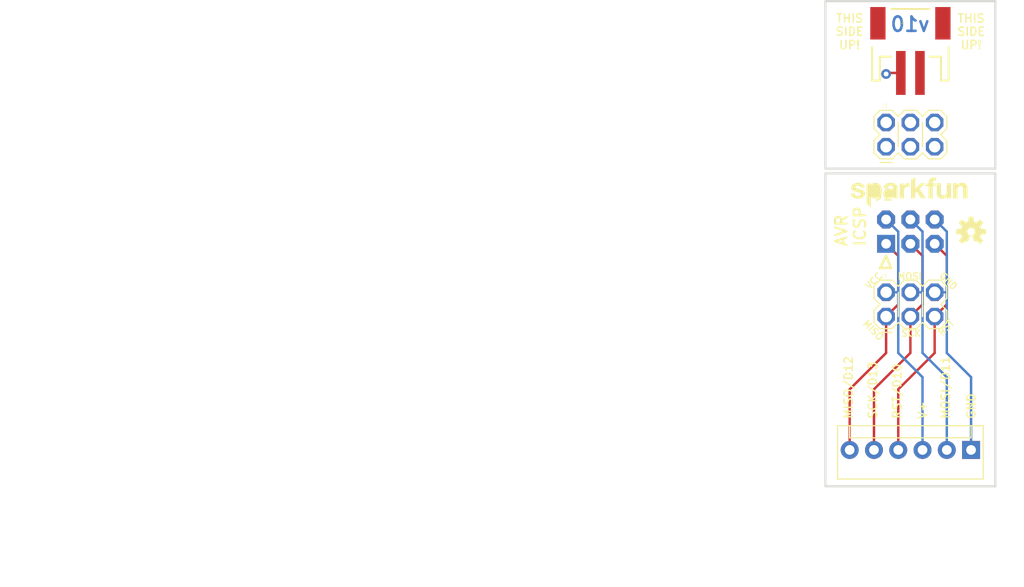
<source format=kicad_pcb>
(kicad_pcb (version 20211014) (generator pcbnew)
  (layers (0 "F.Cu" signal) (1 "In1.Cu" signal) (2 "In2.Cu" signal) (31 "B.Cu" signal) (34 "B.Paste" user) (35 "F.Paste" user) (36 "B.SilkS" user "B.Silkscreen") (37 "F.SilkS" user "F.Silkscreen") (38 "B.Mask" user) (39 "F.Mask" user) (44 "Edge.Cuts" user))
  (net 0 "")
  (net 1 "MISO")
  (net 2 "SCK")
  (net 3 "RESET")
  (net 4 "+5")
  (net 5 "MOSI")
  (net 6 "GND")
  (net 7 "N$1")
  (net 8 "N$2")
  (footprint "boardEagle:STAND-OFF" (layer "F.Cu") (at 142.1511 89.7636)
    (fp_text reference "JP4" hide)
    (fp_text value "STAND-OFF" hide)
    (pad "" np_thru_hole circle (at 0 0) (size 3.302 3.302) (drill 3.302) (layers *.Cu *.Mask))
  )
  (footprint "boardEagle:STAND-OFF" (layer "F.Cu") (at 154.8511 89.7636)
    (fp_text reference "JP5" hide)
    (fp_text value "STAND-OFF" hide)
    (pad "" np_thru_hole circle (at 0 0) (size 3.302 3.302) (drill 3.302) (layers *.Cu *.Mask))
  )
  (footprint "boardEagle:MOLEX-1X6" (layer "F.Cu") (at 154.8511 126.5936 180)
    (fp_text reference "JP1" hide)
    (fp_text value "" hide)
    (fp_line (start 13.97 -3.048) (end -1.27 -3.048) (layer "F.SilkS") (width 0.127))
    (fp_line (start 12.7 2.54) (end 0 2.54) (layer "F.SilkS") (width 0.127))
    (fp_line (start -1.27 -3.048) (end -1.27 2.54) (layer "F.SilkS") (width 0.127))
    (fp_line (start 13.97 2.54) (end 12.7 2.54) (layer "F.SilkS") (width 0.127))
    (fp_line (start 13.97 -3.048) (end 13.97 2.54) (layer "F.SilkS") (width 0.127))
    (fp_line (start 0 2.54) (end -1.27 2.54) (layer "F.SilkS") (width 0.127))
    (fp_line (start 0 1.27) (end 12.7 1.27) (layer "F.SilkS") (width 0.127))
    (fp_line (start 12.7 1.27) (end 12.7 2.54) (layer "F.SilkS") (width 0.127))
    (fp_line (start 0 2.54) (end 0 1.27) (layer "F.SilkS") (width 0.127))
    (pad "1" thru_hole rect (at 0 0 180) (size 1.8796 1.8796) (drill 1.016) (layers *.Cu *.Mask) (net 6 "GND"))
    (pad "2" thru_hole circle (at 2.54 0 180) (size 1.8796 1.8796) (drill 1.016) (layers *.Cu *.Mask) (net 5 "MOSI"))
    (pad "3" thru_hole circle (at 5.08 0 180) (size 1.8796 1.8796) (drill 1.016) (layers *.Cu *.Mask) (net 4 "+5"))
    (pad "4" thru_hole circle (at 7.62 0 180) (size 1.8796 1.8796) (drill 1.016) (layers *.Cu *.Mask) (net 3 "RESET"))
    (pad "5" thru_hole circle (at 10.16 0 180) (size 1.8796 1.8796) (drill 1.016) (layers *.Cu *.Mask) (net 2 "SCK"))
    (pad "6" thru_hole circle (at 12.7 0 180) (size 1.8796 1.8796) (drill 1.016) (layers *.Cu *.Mask) (net 1 "MISO"))
  )
  (footprint "boardEagle:CREATIVE_COMMONS" (layer "F.Cu") (at 73.5711 140.5636)
    (fp_text reference "FRAME1" hide)
    (fp_text value "FRAME-LETTER" hide)
  )
  (footprint "boardEagle:STAND-OFF" (layer "F.Cu") (at 142.1511 107.5436)
    (fp_text reference "JP3" hide)
    (fp_text value "STAND-OFF" hide)
    (pad "" np_thru_hole circle (at 0 0) (size 3.302 3.302) (drill 3.302) (layers *.Cu *.Mask))
  )
  (footprint "boardEagle:OSHW-LOGO-S" (layer "F.Cu") (at 154.8511 103.7336)
    (fp_text reference "U$1" hide)
    (fp_text value "OSHW-LOGOS" hide)
    (fp_poly (pts (xy 0.301647 -1.061351) (xy 0.42347 -1.022344) (xy 0.537177 -0.963769) (xy 0.92862 -1.282946) (xy 1.282946 -0.92862) (xy 0.961035 -0.533823) (xy 1.057046 -0.302084) (xy 1.5638 -0.250561) (xy 1.5638 0.250561) (xy 1.057046 0.302084) (xy 0.961035 0.533823) (xy 1.282946 0.92862) (xy 0.92862 1.282946) (xy 0.537177 0.96377) (xy 0.356601 1.056794) (xy 0.088679 0.410073) (xy 0.326262 0.2176) (xy 0.373649 0.121468) (xy 0.392729 0.010339) (xy 0.379464 -0.101634) (xy 0.334947 -0.205229) (xy 0.262842 -0.291918) (xy 0.169087 -0.354561) (xy 0.061406 -0.387999) (xy -0.051342 -0.38948) (xy -0.159868 -0.358881) (xy -0.255234 -0.298724) (xy -0.329589 -0.213962) (xy -0.376813 -0.111569) (xy -0.392176 -0.005767) (xy -0.322923 0.222565) (xy -0.249312 0.303773) (xy 0.091677 0.5081) (xy -0.12929 0.5081) (xy -0.355332 1.053732) (xy -0.506597 0.983577) (xy -0.538922 0.965192) (xy -0.92862 1.282946) (xy -1.282946 0.92862) (xy -0.961035 0.533823) (xy -1.057046 0.302084) (xy -1.5638 0.250561) (xy -1.5638 -0.250561) (xy -1.057046 -0.302084) (xy -0.961035 -0.533823) (xy -1.282946 -0.92862) (xy -0.92862 -1.282946) (xy -0.533823 -0.961035) (xy -0.302084 -1.057046) (xy -0.250561 -1.5638) (xy 0.250561 -1.5638)) (layer "F.SilkS") (width 0) (fill solid))
  )
  (footprint "boardEagle:STAND-OFF" (layer "F.Cu") (at 154.8511 107.5436)
    (fp_text reference "JP2" hide)
    (fp_text value "STAND-OFF" hide)
    (pad "" np_thru_hole circle (at 0 0) (size 3.302 3.302) (drill 3.302) (layers *.Cu *.Mask))
  )
  (footprint "boardEagle:2X3-NS" (layer "F.Cu") (at 148.5011 103.7336)
    (fp_text reference "J2" (at -3.81 -3.175) (layer "F.SilkS") (effects (font (size 1.143 1.143) (thickness 0.127)) (justify left bottom)))
    (fp_text value "AVR_SPI_PRG_6NS")
    (pad "1" thru_hole rect (at -2.54 1.27) (size 1.8796 1.8796) (drill 1.016) (layers *.Cu *.Mask) (net 1 "MISO"))
    (pad "2" thru_hole roundrect (at -2.54 -1.27) (size 1.8796 1.8796) (drill 1.016) (layers *.Cu *.Mask) (chamfer_ratio 0.2928932188) (chamfer top_left top_right bottom_left bottom_right) (net 4 "+5"))
    (pad "3" thru_hole roundrect (at 0 1.27) (size 1.8796 1.8796) (drill 1.016) (layers *.Cu *.Mask) (chamfer_ratio 0.2928932188) (chamfer top_left top_right bottom_left bottom_right) (net 2 "SCK"))
    (pad "4" thru_hole roundrect (at 0 -1.27) (size 1.8796 1.8796) (drill 1.016) (layers *.Cu *.Mask) (chamfer_ratio 0.2928932188) (chamfer top_left top_right bottom_left bottom_right) (net 5 "MOSI"))
    (pad "5" thru_hole roundrect (at 2.54 1.27) (size 1.8796 1.8796) (drill 1.016) (layers *.Cu *.Mask) (chamfer_ratio 0.2928932188) (chamfer top_left top_right bottom_left bottom_right) (net 3 "RESET"))
    (pad "6" thru_hole roundrect (at 2.54 -1.27) (size 1.8796 1.8796) (drill 1.016) (layers *.Cu *.Mask) (chamfer_ratio 0.2928932188) (chamfer top_left top_right bottom_left bottom_right) (net 6 "GND"))
  )
  (footprint "boardEagle:JST-2-SMD" (layer "F.Cu") (at 148.5011 83.4136)
    (fp_text reference "J4" (at -1.27 -1.27) (layer "F.SilkS") (effects (font (size 0.373888 0.373888) (thickness 0.032512)) (justify left bottom)))
    (fp_text value "")
    (fp_line (start -4 1) (end -4 4.5) (layer "F.SilkS") (width 0.2032))
    (fp_line (start 3.2 4.5) (end 4 4.5) (layer "F.SilkS") (width 0.2032))
    (fp_line (start 4 4.5) (end 4 1) (layer "F.SilkS") (width 0.2032))
    (fp_line (start -4 4.5) (end -3.2 4.5) (layer "F.SilkS") (width 0.2032))
    (fp_line (start -3.2 4.5) (end -3.2 2) (layer "F.SilkS") (width 0.2032))
    (fp_line (start -3.2 2) (end -2 2) (layer "F.SilkS") (width 0.2032))
    (fp_line (start 2 2) (end 3.2 2) (layer "F.SilkS") (width 0.2032))
    (fp_line (start 3.2 2) (end 3.2 4.5) (layer "F.SilkS") (width 0.2032))
    (fp_line (start 2 -3) (end -2 -3) (layer "F.SilkS") (width 0.2032))
    (pad "1" smd rect (at -1 3.7) (size 1 4.6) (layers "F.Cu" "F.Paste" "F.Mask") (net 8 "N$2"))
    (pad "2" smd rect (at 1 3.7) (size 1 4.6) (layers "F.Cu" "F.Paste" "F.Mask") (net 7 "N$1"))
    (pad "NC1" smd rect (at -3.4 -1.5 90) (size 3.4 1.6) (layers "F.Cu" "F.Paste" "F.Mask"))
    (pad "NC2" smd rect (at 3.4 -1.5 90) (size 3.4 1.6) (layers "F.Cu" "F.Paste" "F.Mask"))
  )
  (footprint "boardEagle:2X3_POGO" (layer "F.Cu") (at 145.9611 94.8436)
    (fp_text reference "J3" (at -0.508 -4.064) (layer "F.SilkS") (effects (font (size 0.373888 0.373888) (thickness 0.032512)) (justify left bottom)))
    (fp_text value "" (at 1.778 -4.064) (layer "F.SilkS") (effects (font (size 0.373888 0.373888) (thickness 0.032512)) (justify left bottom)))
    (fp_line (start -0.635 -1.27) (end -1.27 -1.905) (layer "F.SilkS") (width 0.127))
    (fp_line (start 0.635 1.27) (end -0.635 1.27) (layer "F.SilkS") (width 0.127))
    (fp_line (start 3.175 1.27) (end 1.905 1.27) (layer "F.SilkS") (width 0.127))
    (fp_line (start 6.35 -3.175) (end 6.35 -1.905) (layer "F.SilkS") (width 0.127))
    (fp_line (start -1.27 -0.635) (end -0.635 -1.27) (layer "F.SilkS") (width 0.127))
    (fp_line (start 1.905 -3.81) (end 3.175 -3.81) (layer "F.SilkS") (width 0.127))
    (fp_line (start 5.715 -1.27) (end 6.35 -0.635) (layer "F.SilkS") (width 0.127))
    (fp_line (start 1.27 -2.54) (end 1.27 0) (layer "F.SilkS") (width 0.127))
    (fp_line (start -1.27 0.635) (end -1.27 -0.635) (layer "F.SilkS") (width 0.127))
    (fp_line (start 4.445 -3.81) (end 5.715 -3.81) (layer "F.SilkS") (width 0.127))
    (fp_line (start 3.81 0.635) (end 3.175 1.27) (layer "F.SilkS") (width 0.127))
    (fp_line (start 3.81 -3.175) (end 4.445 -3.81) (layer "F.SilkS") (width 0.127))
    (fp_line (start 6.35 -1.905) (end 5.715 -1.27) (layer "F.SilkS") (width 0.127))
    (fp_line (start 4.445 1.27) (end 3.81 0.635) (layer "F.SilkS") (width 0.127))
    (fp_line (start 5.715 1.27) (end 4.445 1.27) (layer "F.SilkS") (width 0.127))
    (fp_line (start 1.27 0.635) (end 0.635 1.27) (layer "F.SilkS") (width 0.127))
    (fp_line (start -0.635 1.27) (end -1.27 0.635) (layer "F.SilkS") (width 0.127))
    (fp_line (start -1.27 -1.905) (end -1.27 -3.175) (layer "F.SilkS") (width 0.127))
    (fp_line (start 6.35 0.635) (end 5.715 1.27) (layer "F.SilkS") (width 0.127))
    (fp_line (start 5.715 -3.81) (end 6.35 -3.175) (layer "F.SilkS") (width 0.127))
    (fp_line (start 0.635 -3.81) (end 1.27 -3.175) (layer "F.SilkS") (width 0.127))
    (fp_line (start 3.81 -2.54) (end 3.81 0) (layer "F.SilkS") (width 0.127))
    (fp_line (start 6.35 -0.635) (end 6.35 0.635) (layer "F.SilkS") (width 0.127))
    (fp_line (start -0.635 1.651) (end 0.635 1.651) (layer "F.SilkS") (width 0.127))
    (fp_line (start -1.27 -3.175) (end -0.635 -3.81) (layer "F.SilkS") (width 0.127))
    (fp_line (start 1.905 1.27) (end 1.27 0.635) (layer "F.SilkS") (width 0.127))
    (fp_line (start -0.635 -3.81) (end 0.635 -3.81) (layer "F.SilkS") (width 0.127))
    (fp_line (start 3.175 -3.81) (end 3.81 -3.175) (layer "F.SilkS") (width 0.127))
    (fp_line (start 1.27 -3.175) (end 1.905 -3.81) (layer "F.SilkS") (width 0.127))
    (pad "P$1" thru_hole roundrect (at 0 0) (size 1.8288 1.8288) (drill 1.2) (layers *.Cu *.Mask) (chamfer_ratio 0.2928932188) (chamfer top_left top_right bottom_left bottom_right))
    (pad "P$2" thru_hole roundrect (at 0 -2.54) (size 1.8288 1.8288) (drill 1.2) (layers *.Cu *.Mask) (chamfer_ratio 0.2928932188) (chamfer top_left top_right bottom_left bottom_right) (net 7 "N$1"))
    (pad "P$3" thru_hole roundrect (at 2.54 0) (size 1.8288 1.8288) (drill 1.2) (layers *.Cu *.Mask) (chamfer_ratio 0.2928932188) (chamfer top_left top_right bottom_left bottom_right))
    (pad "P$4" thru_hole roundrect (at 2.54 -2.54) (size 1.8288 1.8288) (drill 1.2) (layers *.Cu *.Mask) (chamfer_ratio 0.2928932188) (chamfer top_left top_right bottom_left bottom_right))
    (pad "P$5" thru_hole roundrect (at 5.08 0) (size 1.8288 1.8288) (drill 1.2) (layers *.Cu *.Mask) (chamfer_ratio 0.2928932188) (chamfer top_left top_right bottom_left bottom_right))
    (pad "P$6" thru_hole roundrect (at 5.08 -2.54) (size 1.8288 1.8288) (drill 1.2) (layers *.Cu *.Mask) (chamfer_ratio 0.2928932188) (chamfer top_left top_right bottom_left bottom_right) (net 8 "N$2"))
  )
  (footprint "boardEagle:SFE-NEW-WEB" (layer "F.Cu") (at 142.2781 101.1936)
    (fp_text reference "JP6" hide)
    (fp_text value "LOGO-SFENW2" hide)
    (fp_line (start 11.1379 -0.9449) (end 10.7163 -0.9449) (layer "F.SilkS") (width 0.0254))
    (fp_line (start 11.1201 -2.5171) (end 11.1201 -2.2962) (layer "F.SilkS") (width 0.0254))
    (fp_line (start 10.7163 -2.5171) (end 11.1201 -2.5171) (layer "F.SilkS") (width 0.0254))
    (fp_line (start 11.7729 -0.955) (end 11.7729 -1.9202) (layer "F.SilkS") (width 0.0254))
    (fp_line (start 10.7163 -0.9449) (end 10.7163 -2.5171) (layer "F.SilkS") (width 0.0254))
    (fp_line (start 11.1379 -1.8136) (end 11.1379 -0.9449) (layer "F.SilkS") (width 0.0254))
    (fp_line (start 11.1201 -2.2962) (end 11.1277 -2.2962) (layer "F.SilkS") (width 0.0254))
    (fp_line (start 12.1818 -0.955) (end 11.7729 -0.955) (layer "F.SilkS") (width 0.0254))
    (fp_line (start 12.1818 -2.0091) (end 12.1818 -0.955) (layer "F.SilkS") (width 0.0254))
    (fp_arc (start 11.5316 -2.2377) (mid 11.565101 -2.235924) (end 11.5976 -2.2276) (layer "F.SilkS") (width 0.0254))
    (fp_arc (start 11.2725 -2.446) (mid 11.411238 -2.52384) (end 11.5672 -2.5552) (layer "F.SilkS") (width 0.0254))
    (fp_arc (start 11.5976 -2.2276) (mid 11.664346 -2.1894) (end 11.7145 -2.1311) (layer "F.SilkS") (width 0.0254))
    (fp_arc (start 12.1488 -2.2327) (mid 12.172766 -2.122002) (end 12.1818 -2.0091) (layer "F.SilkS") (width 0.0254))
    (fp_arc (start 11.7678 -2.5502) (mid 11.911985 -2.511161) (end 12.0345 -2.425699) (layer "F.SilkS") (width 0.0254))
    (fp_arc (start 11.7145 -2.1311) (mid 11.758038 -2.02962) (end 11.7729 -1.9202) (layer "F.SilkS") (width 0.0254))
    (fp_arc (start 11.1582 -2.319) (mid 11.152103 -2.311188) (end 11.1455 -2.3038) (layer "F.SilkS") (width 0.0254))
    (fp_arc (start 11.259799 -2.1692) (mid 11.334441 -2.214452) (end 11.4198 -2.2327) (layer "F.SilkS") (width 0.0254))
    (fp_arc (start 11.1862 -2.3571) (mid 11.2264 -2.404414) (end 11.2725 -2.446) (layer "F.SilkS") (width 0.0254))
    (fp_arc (start 11.1684 -2.0396) (mid 11.206138 -2.110015) (end 11.2598 -2.1692) (layer "F.SilkS") (width 0.0254))
    (fp_arc (start 11.1379 -1.8821) (mid 11.146106 -1.962214) (end 11.1684 -2.0396) (layer "F.SilkS") (width 0.0254))
    (fp_arc (start 11.5672 -2.5552) (mid 11.667584 -2.556058) (end 11.7678 -2.5502) (layer "F.SilkS") (width 0.0254))
    (fp_arc (start 12.0345 -2.4257) (mid 12.104013 -2.336521) (end 12.1488 -2.232699) (layer "F.SilkS") (width 0.0254))
    (fp_arc (start 11.1455 -2.3038) (mid 11.137379 -2.298176) (end 11.1277 -2.2962) (layer "F.SilkS") (width 0.0254))
    (fp_arc (start 11.1379 -1.8136) (mid 11.137681 -1.84785) (end 11.1379 -1.8821) (layer "F.SilkS") (width 0.0254))
    (fp_arc (start 11.5316 -2.2377) (mid 11.475702 -2.235165) (end 11.4198 -2.2327) (layer "F.SilkS") (width 0.0254))
    (fp_arc (start 11.1582 -2.319) (mid 11.172158 -2.338081) (end 11.1862 -2.3571) (layer "F.SilkS") (width 0.0254))
    (fp_poly (pts (xy 8.809435 -3.119895) (xy 8.875117 -3.1166) (xy 8.89 -3.1166) (xy 8.89 -2.7889) (xy 8.869112 -2.7889) (xy 8.841108 -2.7915) (xy 8.660351 -2.7915) (xy 8.587936 -2.740064) (xy 8.571192 -2.699602) (xy 8.5649 -2.653436) (xy 8.5649 -2.5273) (xy 8.8621 -2.5273) (xy 8.8621 -2.2352) (xy 8.5623 -2.2352) (xy 8.5623 -0.9322) (xy 8.1204 -0.9322) (xy 8.1204 -2.232779) (xy 7.70383 -2.235391) (xy 7.995739 -2.5273) (xy 8.1255 -2.5273) (xy 8.1255 -2.560826) (xy 8.143432 -2.77702) (xy 8.219199 -2.938937) (xy 8.324367 -3.032939) (xy 8.449534 -3.095959) (xy 8.586403 -3.1242) (xy 8.743112 -3.1242)) (layer "F.SilkS") (width 0) (fill solid))
    (fp_poly (pts (xy 11.770768 -2.56283) (xy 12.043428 -2.435548) (xy 12.160999 -2.237024) (xy 12.1945 -2.010032) (xy 12.1945 -0.9423) (xy 11.7602 -0.9423) (xy 11.7602 -1.918474) (xy 11.70302 -2.124971) (xy 11.656141 -2.179464) (xy 11.593345 -2.215403) (xy 11.53092 -2.224956) (xy 11.476269 -2.222478) (xy 11.422495 -2.220106) (xy 11.268 -2.158791) (xy 11.18035 -2.034508) (xy 11.1506 -1.880883) (xy 11.1506 -0.9322) (xy 10.7036 -0.9322) (xy 10.7036 -2.5298) (xy 11.1328 -2.5298) (xy 11.1328 -2.310454) (xy 11.136857 -2.313263) (xy 11.148195 -2.326834) (xy 11.161924 -2.345602) (xy 11.176241 -2.364992) (xy 11.217267 -2.413279) (xy 11.265048 -2.456381) (xy 11.406772 -2.535896) (xy 11.566093 -2.567932)) (layer "F.SilkS") (width 0) (fill solid))
    (fp_poly (pts (xy 9.4234 -1.520809) (xy 9.472888 -1.359974) (xy 9.516069 -1.308185) (xy 9.573108 -1.271734) (xy 9.714103 -1.241374) (xy 9.853529 -1.268908) (xy 10.003067 -1.442966) (xy 10.033 -1.684784) (xy 10.033 -2.5273) (xy 10.48 -2.5273) (xy 10.48 -0.9398) (xy 10.0533 -0.9398) (xy 10.0533 -1.159713) (xy 9.961626 -1.051965) (xy 9.823848 -0.946774) (xy 9.797269 -0.933513) (xy 9.76873 -0.924761) (xy 9.46843 -0.899096) (xy 9.311419 -0.929258) (xy 9.173895 -1.0008) (xy 9.172522 -1.0008) (xy 9.155194 -1.014756) (xy 9.141833 -1.028106) (xy 9.055991 -1.150842) (xy 9.0022 -1.291099) (xy 8.984 -1.439423) (xy 8.984 -2.5324) (xy 9.4234 -2.5324)) (layer "F.SilkS") (width 0) (fill solid))
    (fp_poly (pts (xy 1.201557 -2.290098) (xy 1.414074 -2.156268) (xy 1.42383 -2.065) (xy 1.01008 -2.065) (xy 1.00135 -2.126336) (xy 0.936084 -2.220524) (xy 0.871818 -2.257603) (xy 0.798545 -2.2758) (xy 0.628591 -2.2758) (xy 0.583991 -2.267366) (xy 0.541641 -2.251683) (xy 0.51157 -2.232098) (xy 0.488615 -2.205726) (xy 0.469153 -2.152745) (xy 0.474605 -2.097619) (xy 0.521549 -2.031824) (xy 0.664468 -1.962838) (xy 0.866638 -1.922444) (xy 1.206678 -1.822687) (xy 1.354318 -1.729494) (xy 1.389578 -1.692366) (xy 1.416579 -1.648151) (xy 1.460229 -1.440208) (xy 1.447804 -1.4376) (xy 1.460484 -1.436955) (xy 1.457817 -1.384541) (xy 1.452657 -1.33034) (xy 1.371775 -1.140043) (xy 1.14885 -0.969822) (xy 1.013381 -0.927267) (xy 0.74708 -0.904177) (xy 0.617383 -0.909691) (xy 0.487493 -0.922202) (xy 0.306845 -0.984179) (xy 0.185213 -1.061804) (xy 0.109225 -1.132023) (xy 0.056988 -1.2215) (xy 0.013059 -1.350644) (xy 0.002577 -1.410659) (xy -0.00152 -1.469003) (xy 0.738195 -1.10308) (xy 1.120535 -1.189415) (xy 1.224069 -1.497645) (xy 0.809011 -1.723764) (xy 0.364394 -1.98847) (xy 0.308075 -2.310537) (xy 0.741882 -2.423672)) (layer "F.SilkS") (width 0) (fill solid))
    (fp_poly (pts (xy 6.1316 -2.557116) (xy 6.1316 -2.1463) (xy 6.115783 -2.1463) (xy 6.10653 -2.147054) (xy 6.097893 -2.149211) (xy 6.068387 -2.157247) (xy 6.038922 -2.161538) (xy 5.96265 -2.16474) (xy 5.887609 -2.16159) (xy 5.731931 -2.107297) (xy 5.637642 -2.018651) (xy 5.577302 -1.903423) (xy 5.5499 -1.736362) (xy 5.5499 -0.9423) (xy 5.107878 -0.9423) (xy 5.110519 -2.454146) (xy 5.522 -2.527255) (xy 5.522 -2.234211) (xy 5.526569 -2.235704) (xy 5.544428 -2.262537) (xy 5.578841 -2.314524) (xy 5.613758 -2.367854) (xy 5.686736 -2.438162) (xy 5.778008 -2.498223) (xy 5.979984 -2.565515)) (layer "F.SilkS") (width 0) (fill solid))
    (fp_poly (pts (xy 0.803285 -2.567895) (xy 0.944243 -2.553799) (xy 1.081508 -2.516334) (xy 1.193542 -2.461399) (xy 1.291841 -2.383865) (xy 1.357039 -2.297824) (xy 1.377068 -2.257603) (xy 1.393653 -2.216867) (xy 1.417283 -2.151914) (xy 1.353784 -2.105111) (xy 1.152335 -2.254241) (xy 0.736496 -2.387002) (xy 0.372563 -2.277101) (xy 0.417885 -2.019712) (xy 1.241556 -1.540676) (xy 1.263422 -1.497067) (xy 1.147655 -1.152457) (xy 0.724605 -1.058492) (xy -0.038666 -1.4605) (xy 0.4115 -1.4605) (xy 0.4115 -1.443466) (xy 0.420402 -1.369907) (xy 0.454647 -1.305856) (xy 0.524204 -1.243359) (xy 0.610838 -1.206018) (xy 0.637726 -1.200933) (xy 0.665996 -1.198897) (xy 0.7328 -1.198389) (xy 0.79791 -1.198884) (xy 0.968129 -1.258019) (xy 1.007666 -1.302193) (xy 1.028603 -1.358428) (xy 1.025789 -1.425439) (xy 0.995864 -1.485288) (xy 0.943734 -1.527918) (xy 0.715431 -1.605731) (xy 0.533161 -1.644154) (xy 0.351479 -1.692254) (xy 0.230117 -1.743632) (xy 0.122357 -1.822697) (xy 0.0457 -1.960096) (xy 0.0457 -1.963141) (xy 0.038572 -2.135467) (xy 0.0838 -2.300409) (xy 0.0838 -2.303445) (xy 0.206233 -2.444416) (xy 0.620397 -2.567885) (xy 0.71245 -2.568634)) (layer "F.SilkS") (width 0) (fill solid))
    (fp_poly (pts (xy 6.7335 -1.97376) (xy 7.284539 -2.5248) (xy 7.78835 -2.5248) (xy 7.197009 -1.946483) (xy 7.869909 -0.937183) (xy 7.330929 -0.939835) (xy 6.903958 -1.643716) (xy 6.7386 -1.483032) (xy 6.7386 -0.9296) (xy 6.306639 -0.9296) (xy 6.2941 -0.942139) (xy 6.2941 -2.887776) (xy 6.7335 -3.138467)) (layer "F.SilkS") (width 0) (fill solid))
    (fp_poly (pts (xy 2.834651 -2.506079) (xy 2.92707 -2.450683) (xy 3.011605 -2.383731) (xy 3.1267 -2.221709) (xy 3.1267 -2.263503) (xy 3.219434 -1.972794) (xy 3.236098 -1.526727) (xy 3.068933 -1.135798) (xy 2.975978 -1.041462) (xy 2.864973 -0.970996) (xy 2.740356 -0.92713) (xy 2.372489 -0.922) (xy 2.370226 -0.922) (xy 2.254471 -0.962806) (xy 2.0828 -1.127587) (xy 2.0828 0.010757) (xy 1.6434 -0.385552) (xy 1.6434 -2.45912) (xy 2.057593 -2.537568) (xy 2.055012 -2.330538) (xy 2.068304 -2.345345) (xy 2.15812 -2.442839) (xy 2.234107 -2.497896) (xy 2.368681 -2.552194) (xy 2.419192 -2.562883) (xy 2.620347 -2.565422)) (layer "F.SilkS") (width 0) (fill solid))
    (fp_poly (pts (xy 4.444983 -2.544915) (xy 4.588724 -2.501712) (xy 4.72259 -2.430523) (xy 4.844814 -2.271666) (xy 4.859671 -2.1819) (xy 4.8616 -2.1819) (xy 4.8616 -1.6891) (xy 4.864173 -1.6891) (xy 4.861603 -1.242544) (xy 4.871819 -1.108765) (xy 4.906709 -0.979276) (xy 4.920484 -0.9423) (xy 4.495275 -0.9423) (xy 4.477494 -0.951279) (xy 4.472002 -0.970735) (xy 4.468249 -0.985133) (xy 4.446292 -1.084946) (xy 4.440321 -1.089528) (xy 4.438946 -1.088886) (xy 4.309064 -0.98859) (xy 4.153188 -0.927249) (xy 3.824183 -0.906712) (xy 3.683825 -0.938256) (xy 3.554173 -1.000134) (xy 3.486826 -1.05665) (xy 3.437273 -1.130532) (xy 3.3807 -1.444163) (xy 3.3807 -1.446675) (xy 3.401941 -1.543624) (xy 3.446308 -1.632822) (xy 3.527788 -1.722902) (xy 3.632416 -1.784766) (xy 3.937258 -1.861632) (xy 4.048648 -1.873601) (xy 4.159032 -1.884616) (xy 4.224808 -1.893434) (xy 4.289167 -1.907055) (xy 4.336271 -1.923637) (xy 4.379043 -1.948303) (xy 4.407461 -1.974391) (xy 4.413402 -1.982997) (xy 4.4171 -1.991455) (xy 4.4171 -2.14983) (xy 4.358226 -2.232254) (xy 4.254396 -2.270917) (xy 4.188033 -2.274326) (xy 4.120968 -2.275774) (xy 4.006679 -2.25395) (xy 3.883049 -2.131716) (xy 3.8659 -2.045941) (xy 3.8659 -2.0295) (xy 3.429 -2.0295) (xy 3.429 -2.040006) (xy 3.418965 -2.041638) (xy 3.439259 -2.166448) (xy 3.491292 -2.283494) (xy 3.571378 -2.383462) (xy 3.674008 -2.459597) (xy 3.791998 -2.513469) (xy 3.916944 -2.547448) (xy 4.18103 -2.571338)) (layer "F.SilkS") (width 0) (fill solid))
  )
  (footprint "boardEagle:2X3_POGO" (layer "F.Cu") (at 145.9611 112.6236)
    (fp_text reference "J1" (at -0.508 -4.064) (layer "F.SilkS") (effects (font (size 0.373888 0.373888) (thickness 0.032512)) (justify left bottom)))
    (fp_text value "" (at 1.778 -4.064) (layer "F.SilkS") (effects (font (size 0.373888 0.373888) (thickness 0.032512)) (justify left bottom)))
    (fp_line (start -1.27 0.635) (end -1.27 -0.635) (layer "F.SilkS") (width 0.127))
    (fp_line (start 0.635 1.27) (end -0.635 1.27) (layer "F.SilkS") (width 0.127))
    (fp_line (start 1.27 0.635) (end 0.635 1.27) (layer "F.SilkS") (width 0.127))
    (fp_line (start -0.635 1.651) (end 0.635 1.651) (layer "F.SilkS") (width 0.127))
    (fp_line (start 6.35 0.635) (end 5.715 1.27) (layer "F.SilkS") (width 0.127))
    (fp_line (start -1.27 -0.635) (end -0.635 -1.27) (layer "F.SilkS") (width 0.127))
    (fp_line (start 1.905 -3.81) (end 3.175 -3.81) (layer "F.SilkS") (width 0.127))
    (fp_line (start 4.445 -3.81) (end 5.715 -3.81) (layer "F.SilkS") (width 0.127))
    (fp_line (start 1.27 -3.175) (end 1.905 -3.81) (layer "F.SilkS") (width 0.127))
    (fp_line (start 6.35 -3.175) (end 6.35 -1.905) (layer "F.SilkS") (width 0.127))
    (fp_line (start -0.635 1.27) (end -1.27 0.635) (layer "F.SilkS") (width 0.127))
    (fp_line (start 5.715 -3.81) (end 6.35 -3.175) (layer "F.SilkS") (width 0.127))
    (fp_line (start 4.445 1.27) (end 3.81 0.635) (layer "F.SilkS") (width 0.127))
    (fp_line (start 3.175 1.27) (end 1.905 1.27) (layer "F.SilkS") (width 0.127))
    (fp_line (start -0.635 -1.27) (end -1.27 -1.905) (layer "F.SilkS") (width 0.127))
    (fp_line (start 1.905 1.27) (end 1.27 0.635) (layer "F.SilkS") (width 0.127))
    (fp_line (start -1.27 -3.175) (end -0.635 -3.81) (layer "F.SilkS") (width 0.127))
    (fp_line (start -1.27 -1.905) (end -1.27 -3.175) (layer "F.SilkS") (width 0.127))
    (fp_line (start 3.81 -3.175) (end 4.445 -3.81) (layer "F.SilkS") (width 0.127))
    (fp_line (start -0.635 -3.81) (end 0.635 -3.81) (layer "F.SilkS") (width 0.127))
    (fp_line (start 1.27 -2.54) (end 1.27 0) (layer "F.SilkS") (width 0.127))
    (fp_line (start 6.35 -0.635) (end 6.35 0.635) (layer "F.SilkS") (width 0.127))
    (fp_line (start 5.715 1.27) (end 4.445 1.27) (layer "F.SilkS") (width 0.127))
    (fp_line (start 3.81 0.635) (end 3.175 1.27) (layer "F.SilkS") (width 0.127))
    (fp_line (start 3.175 -3.81) (end 3.81 -3.175) (layer "F.SilkS") (width 0.127))
    (fp_line (start 0.635 -3.81) (end 1.27 -3.175) (layer "F.SilkS") (width 0.127))
    (fp_line (start 5.715 -1.27) (end 6.35 -0.635) (layer "F.SilkS") (width 0.127))
    (fp_line (start 3.81 -2.54) (end 3.81 0) (layer "F.SilkS") (width 0.127))
    (fp_line (start 6.35 -1.905) (end 5.715 -1.27) (layer "F.SilkS") (width 0.127))
    (pad "P$1" thru_hole roundrect (at 0 0) (size 1.8288 1.8288) (drill 1.2) (layers *.Cu *.Mask) (chamfer_ratio 0.2928932188) (chamfer top_left top_right bottom_left bottom_right) (net 1 "MISO"))
    (pad "P$2" thru_hole roundrect (at 0 -2.54) (size 1.8288 1.8288) (drill 1.2) (layers *.Cu *.Mask) (chamfer_ratio 0.2928932188) (chamfer top_left top_right bottom_left bottom_right) (net 4 "+5"))
    (pad "P$3" thru_hole roundrect (at 2.54 0) (size 1.8288 1.8288) (drill 1.2) (layers *.Cu *.Mask) (chamfer_ratio 0.2928932188) (chamfer top_left top_right bottom_left bottom_right) (net 2 "SCK"))
    (pad "P$4" thru_hole roundrect (at 2.54 -2.54) (size 1.8288 1.8288) (drill 1.2) (layers *.Cu *.Mask) (chamfer_ratio 0.2928932188) (chamfer top_left top_right bottom_left bottom_right) (net 5 "MOSI"))
    (pad "P$5" thru_hole roundrect (at 5.08 0) (size 1.8288 1.8288) (drill 1.2) (layers *.Cu *.Mask) (chamfer_ratio 0.2928932188) (chamfer top_left top_right bottom_left bottom_right) (net 3 "RESET"))
    (pad "P$6" thru_hole roundrect (at 5.08 -2.54) (size 1.8288 1.8288) (drill 1.2) (layers *.Cu *.Mask) (chamfer_ratio 0.2928932188) (chamfer top_left top_right bottom_left bottom_right) (net 6 "GND"))
  )
  (gr_line (start 146.4691 107.5436) (end 145.9611 106.2736) (layer "F.SilkS") (width 0.254))
  (gr_line (start 145.9611 106.2736) (end 145.3261 107.5436) (layer "F.SilkS") (width 0.254))
  (gr_line (start 145.3261 107.5436) (end 146.4691 107.5436) (layer "F.SilkS") (width 0.254))
  (gr_line (start 157.3911 97.6376) (end 157.3911 130.4036) (layer "Edge.Cuts") (width 0.2032))
  (gr_line (start 157.3911 97.6376) (end 139.6111 97.6376) (layer "Edge.Cuts") (width 0.2032))
  (gr_line (start 139.6111 97.1296) (end 157.3911 97.1296) (layer "Edge.Cuts") (width 0.2032))
  (gr_line (start 157.3911 79.6036) (end 139.6111 79.6036) (layer "Edge.Cuts") (width 0.2032))
  (gr_line (start 139.6111 130.4036) (end 157.3711 130.4036) (layer "Edge.Cuts") (width 0.2032))
  (gr_line (start 157.3911 79.6036) (end 157.3911 97.1296) (layer "Edge.Cuts") (width 0.2032))
  (gr_line (start 139.6111 97.6376) (end 139.6111 130.4036) (layer "Edge.Cuts") (width 0.2032))
  (gr_line (start 139.6111 79.6036) (end 139.6111 97.1296) (layer "Edge.Cuts") (width 0.2032))
  (gr_text "v10" (at 150.6601 82.9056) (layer "B.Cu") (effects (font (size 1.5113 1.5113) (thickness 0.2667)) (justify left bottom mirror)))
  (gr_text "V+" (at 150.2791 123.4186 90) (layer "F.SilkS") (effects (font (size 0.8636 0.8636) (thickness 0.1524)) (justify left bottom)))
  (gr_text "GND" (at 151.3849 108.395404 315) (layer "F.SilkS") (effects (font (size 0.69088 0.69088) (thickness 0.12192)) (justify left bottom)))
  (gr_text "MISO/D12" (at 142.5321 123.4186 90) (layer "F.SilkS") (effects (font (size 0.8636 0.8636) (thickness 0.1524)) (justify left bottom)))
  (gr_text "THIS\nSIDE\nUP!" (at 142.1511 84.6836) (layer "F.SilkS") (effects (font (size 0.8636 0.8636) (thickness 0.1524)) (justify bottom)))
  (gr_text "SCK/D13" (at 145.0721 123.4186 90) (layer "F.SilkS") (effects (font (size 0.8636 0.8636) (thickness 0.1524)) (justify left bottom)))
  (gr_text "RST/D10" (at 147.6121 123.4186 90) (layer "F.SilkS") (effects (font (size 0.8636 0.8636) (thickness 0.1524)) (justify left bottom)))
  (gr_text "MISO" (at 143.3839 113.40101 315) (layer "F.SilkS") (effects (font (size 0.69088 0.69088) (thickness 0.12192)) (justify left bottom)))
  (gr_text "GND" (at 155.3591 123.4186 90) (layer "F.SilkS") (effects (font (size 0.8636 0.8636) (thickness 0.1524)) (justify left bottom)))
  (gr_text "VCC" (at 144.220296 109.919404 45) (layer "F.SilkS") (effects (font (size 0.69088 0.69088) (thickness 0.12192)) (justify left bottom)))
  (gr_text "MOSI" (at 147.1041 108.8136) (layer "F.SilkS") (effects (font (size 0.69088 0.69088) (thickness 0.12192)) (justify left bottom)))
  (gr_text "THIS\nSIDE\nUP!" (at 154.8511 84.6836) (layer "F.SilkS") (effects (font (size 0.8636 0.8636) (thickness 0.1524)) (justify bottom)))
  (gr_text "MOSI/D11" (at 152.6921 123.4186 90) (layer "F.SilkS") (effects (font (size 0.8636 0.8636) (thickness 0.1524)) (justify left bottom)))
  (gr_text "AVR\nICSP" (at 143.9291 105.3846 90) (layer "F.SilkS") (effects (font (size 1.20904 1.20904) (thickness 0.21336)) (justify left bottom)))
  (gr_text "RST" (at 151.8031 114.7826 45) (layer "F.SilkS") (effects (font (size 0.69088 0.69088) (thickness 0.12192)) (justify left bottom)))
  (gr_text "SCK" (at 147.4851 114.7826) (layer "F.SilkS") (effects (font (size 0.69088 0.69088) (thickness 0.12192)) (justify left bottom)))
  (segment (start 145.9611 112.6236) (end 145.9611 116.4336) (width 0.254) (layer "F.Cu") (net 1))
  (segment (start 142.1511 120.2436) (end 142.1511 126.5936) (width 0.254) (layer "F.Cu") (net 1))
  (segment (start 145.9611 116.4336) (end 142.1511 120.2436) (width 0.254) (layer "F.Cu") (net 1))
  (segment (start 145.9611 105.0036) (end 147.2311 106.2736) (width 0.254) (layer "F.Cu") (net 1))
  (segment (start 147.2311 111.3536) (end 145.9611 112.6236) (width 0.254) (layer "F.Cu") (net 1))
  (segment (start 147.2311 106.2736) (end 147.2311 111.3536) (width 0.254) (layer "F.Cu") (net 1))
  (segment (start 144.6911 120.2436) (end 144.6911 126.5936) (width 0.254) (layer "F.Cu") (net 2))
  (segment (start 148.5011 105.0036) (end 149.7711 106.2736) (width 0.254) (layer "F.Cu") (net 2))
  (segment (start 149.7711 106.2736) (end 149.7711 111.3536) (width 0.254) (layer "F.Cu") (net 2))
  (segment (start 149.7711 111.3536) (end 148.5011 112.6236) (width 0.254) (layer "F.Cu") (net 2))
  (segment (start 148.5011 112.6236) (end 148.5011 116.4336) (width 0.254) (layer "F.Cu") (net 2))
  (segment (start 148.5011 116.4336) (end 144.6911 120.2436) (width 0.254) (layer "F.Cu") (net 2))
  (segment (start 152.3111 111.3536) (end 151.0411 112.6236) (width 0.254) (layer "F.Cu") (net 3))
  (segment (start 151.0411 116.4336) (end 147.2311 120.2436) (width 0.254) (layer "F.Cu") (net 3))
  (segment (start 151.0411 105.0036) (end 152.3111 106.2736) (width 0.254) (layer "F.Cu") (net 3))
  (segment (start 151.0411 112.6236) (end 151.0411 116.4336) (width 0.254) (layer "F.Cu") (net 3))
  (segment (start 152.3111 106.2736) (end 152.3111 111.3536) (width 0.254) (layer "F.Cu") (net 3))
  (segment (start 147.2311 120.2436) (end 147.2311 126.5936) (width 0.254) (layer "F.Cu") (net 3))
  (segment (start 145.9611 110.0836) (end 147.2311 110.0836) (width 0.254) (layer "B.Cu") (net 4))
  (segment (start 147.2311 110.0836) (end 147.2311 116.4336) (width 0.254) (layer "B.Cu") (net 4))
  (segment (start 145.9611 102.4636) (end 147.2311 103.7336) (width 0.254) (layer "B.Cu") (net 4))
  (segment (start 149.7711 118.9736) (end 149.7711 126.5936) (width 0.254) (layer "B.Cu") (net 4))
  (segment (start 147.2311 116.4336) (end 149.7711 118.9736) (width 0.254) (layer "B.Cu") (net 4))
  (segment (start 147.2311 103.7336) (end 147.2311 110.0836) (width 0.254) (layer "B.Cu") (net 4))
  (segment (start 149.7711 103.7336) (end 149.7711 110.0836) (width 0.254) (layer "B.Cu") (net 5))
  (segment (start 148.5011 110.0836) (end 149.7711 110.0836) (width 0.254) (layer "B.Cu") (net 5))
  (segment (start 149.7711 116.4336) (end 152.3111 118.9736) (width 0.254) (layer "B.Cu") (net 5))
  (segment (start 149.7711 110.0836) (end 149.7711 116.4336) (width 0.254) (layer "B.Cu") (net 5))
  (segment (start 152.3111 118.9736) (end 152.3111 126.5936) (width 0.254) (layer "B.Cu") (net 5))
  (segment (start 148.5011 102.4636) (end 149.7711 103.7336) (width 0.254) (layer "B.Cu") (net 5))
  (segment (start 152.3111 103.7336) (end 152.3111 110.0836) (width 0.254) (layer "B.Cu") (net 6))
  (segment (start 152.3111 110.0836) (end 152.3111 116.4336) (width 0.254) (layer "B.Cu") (net 6))
  (segment (start 151.0411 102.4636) (end 152.3111 103.7336) (width 0.254) (layer "B.Cu") (net 6))
  (segment (start 151.0411 110.0836) (end 152.3111 110.0836) (width 0.254) (layer "B.Cu") (net 6))
  (segment (start 154.8511 118.9736) (end 154.8511 126.5936) (width 0.254) (layer "B.Cu") (net 6))
  (segment (start 152.3111 116.4336) (end 154.8511 118.9736) (width 0.254) (layer "B.Cu") (net 6))
  (segment (start 146.0711 87.1136) (end 145.9611 87.2236) (width 0.254) (layer "F.Cu") (net 8))
  (segment (start 147.5011 87.1136) (end 146.0711 87.1136) (width 0.254) (layer "F.Cu") (net 8))
  (via (at 145.9611 87.2236) (size 1.016) (drill 0.508) (layers "F.Cu" "B.Cu") (net 8))
)
</source>
